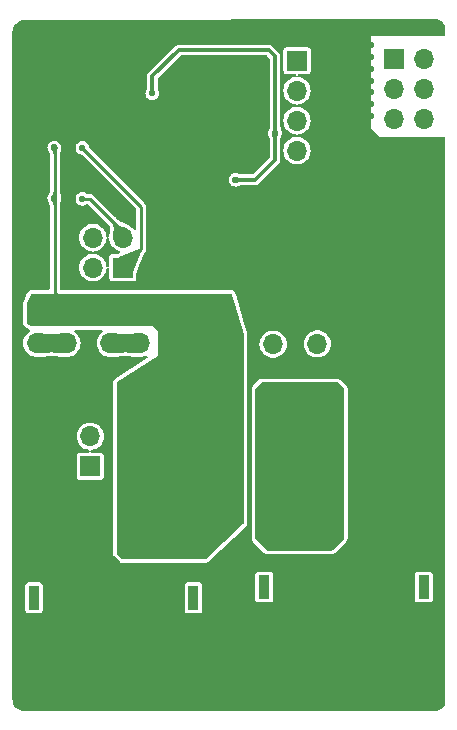
<source format=gbr>
%TF.GenerationSoftware,KiCad,Pcbnew,8.0.1*%
%TF.CreationDate,2024-06-02T10:18:44+08:00*%
%TF.ProjectId,CrazyPowerboard,4372617a-7950-46f7-9765-72626f617264,rev?*%
%TF.SameCoordinates,Original*%
%TF.FileFunction,Copper,L2,Bot*%
%TF.FilePolarity,Positive*%
%FSLAX46Y46*%
G04 Gerber Fmt 4.6, Leading zero omitted, Abs format (unit mm)*
G04 Created by KiCad (PCBNEW 8.0.1) date 2024-06-02 10:18:44*
%MOMM*%
%LPD*%
G01*
G04 APERTURE LIST*
G04 Aperture macros list*
%AMRoundRect*
0 Rectangle with rounded corners*
0 $1 Rounding radius*
0 $2 $3 $4 $5 $6 $7 $8 $9 X,Y pos of 4 corners*
0 Add a 4 corners polygon primitive as box body*
4,1,4,$2,$3,$4,$5,$6,$7,$8,$9,$2,$3,0*
0 Add four circle primitives for the rounded corners*
1,1,$1+$1,$2,$3*
1,1,$1+$1,$4,$5*
1,1,$1+$1,$6,$7*
1,1,$1+$1,$8,$9*
0 Add four rect primitives between the rounded corners*
20,1,$1+$1,$2,$3,$4,$5,0*
20,1,$1+$1,$4,$5,$6,$7,0*
20,1,$1+$1,$6,$7,$8,$9,0*
20,1,$1+$1,$8,$9,$2,$3,0*%
G04 Aperture macros list end*
%TA.AperFunction,ComponentPad*%
%ADD10R,0.900000X2.000000*%
%TD*%
%TA.AperFunction,ComponentPad*%
%ADD11RoundRect,1.025000X1.025000X1.025000X-1.025000X1.025000X-1.025000X-1.025000X1.025000X-1.025000X0*%
%TD*%
%TA.AperFunction,ComponentPad*%
%ADD12C,4.100000*%
%TD*%
%TA.AperFunction,ComponentPad*%
%ADD13R,1.700000X1.700000*%
%TD*%
%TA.AperFunction,ComponentPad*%
%ADD14O,1.700000X1.700000*%
%TD*%
%TA.AperFunction,ComponentPad*%
%ADD15C,0.800000*%
%TD*%
%TA.AperFunction,ComponentPad*%
%ADD16C,6.400000*%
%TD*%
%TA.AperFunction,ViaPad*%
%ADD17C,0.550000*%
%TD*%
%TA.AperFunction,ViaPad*%
%ADD18C,0.800000*%
%TD*%
%TA.AperFunction,Conductor*%
%ADD19C,0.250000*%
%TD*%
%TA.AperFunction,Conductor*%
%ADD20C,0.300000*%
%TD*%
%TA.AperFunction,Conductor*%
%ADD21C,1.500000*%
%TD*%
G04 APERTURE END LIST*
D10*
%TO.P,J1,*%
%TO.N,*%
X116825000Y-77500000D03*
X103325000Y-77500000D03*
D11*
%TO.P,J1,1,Pin_1*%
%TO.N,GND*%
X113675000Y-71500000D03*
D12*
%TO.P,J1,2,Pin_2*%
%TO.N,+12V*%
X106475000Y-71500000D03*
%TD*%
D13*
%TO.P,J3,1,Pin_1*%
%TO.N,+5V*%
X106103200Y-32917400D03*
D14*
%TO.P,J3,2,Pin_2*%
%TO.N,GND*%
X108643200Y-32917400D03*
%TO.P,J3,3,Pin_3*%
%TO.N,+5V*%
X106103200Y-35457400D03*
%TO.P,J3,4,Pin_4*%
%TO.N,GND*%
X108643200Y-35457400D03*
%TO.P,J3,5,Pin_5*%
%TO.N,+5V*%
X106103200Y-37997400D03*
%TO.P,J3,6,Pin_6*%
%TO.N,GND*%
X108643200Y-37997400D03*
%TO.P,J3,7,Pin_7*%
%TO.N,+5V*%
X106103200Y-40537400D03*
%TO.P,J3,8,Pin_8*%
%TO.N,GND*%
X108643200Y-40537400D03*
%TD*%
D13*
%TO.P,J9,1,Pin_1*%
%TO.N,Net-(J9-Pin_1)*%
X91350000Y-50440000D03*
D14*
%TO.P,J9,2,Pin_2*%
%TO.N,Net-(J9-Pin_2)*%
X88810000Y-50440000D03*
%TO.P,J9,3,Pin_3*%
%TO.N,Net-(J9-Pin_3)*%
X91350000Y-47900000D03*
%TO.P,J9,4,Pin_4*%
%TO.N,Net-(J9-Pin_4)*%
X88810000Y-47900000D03*
%TD*%
D15*
%TO.P,H1,1,1*%
%TO.N,GND*%
X84200000Y-32952944D03*
X84902944Y-31255888D03*
X84902944Y-34650000D03*
X86600000Y-30552944D03*
D16*
X86600000Y-32952944D03*
D15*
X86600000Y-35352944D03*
X88297056Y-31255888D03*
X88297056Y-34650000D03*
X89000000Y-32952944D03*
%TD*%
%TO.P,H2,1,1*%
%TO.N,GND*%
X112227944Y-64347056D03*
X112930888Y-62650000D03*
X112930888Y-66044112D03*
X114627944Y-61947056D03*
D16*
X114627944Y-64347056D03*
D15*
X114627944Y-66747056D03*
X116325000Y-62650000D03*
X116325000Y-66044112D03*
X117027944Y-64347056D03*
%TD*%
D13*
%TO.P,J13,1,Pin_1*%
%TO.N,/POW_12V*%
X84075000Y-54315000D03*
D14*
%TO.P,J13,2,Pin_2*%
X86615000Y-54315000D03*
%TO.P,J13,3,Pin_3*%
%TO.N,Net-(J13-Pin_3)*%
X84075000Y-56855000D03*
%TO.P,J13,4,Pin_4*%
X86615000Y-56855000D03*
%TD*%
D13*
%TO.P,J5,1,Pin_1*%
%TO.N,GND*%
X104075000Y-54385000D03*
D14*
%TO.P,J5,2,Pin_2*%
%TO.N,/POW_12V*%
X104075000Y-56925000D03*
%TD*%
D13*
%TO.P,J7,1,Pin_1*%
%TO.N,/POW_12V*%
X88600000Y-67275000D03*
D14*
%TO.P,J7,2,Pin_2*%
%TO.N,GND*%
X86060000Y-67275000D03*
%TO.P,J7,3,Pin_3*%
%TO.N,/POW_12V*%
X88600000Y-64735000D03*
%TO.P,J7,4,Pin_4*%
%TO.N,GND*%
X86060000Y-64735000D03*
%TD*%
D10*
%TO.P,J4,*%
%TO.N,*%
X97325000Y-78400000D03*
X83825000Y-78400000D03*
D11*
%TO.P,J4,1,Pin_1*%
%TO.N,GND*%
X86975000Y-72400000D03*
D12*
%TO.P,J4,2,Pin_2*%
%TO.N,/POW_12V*%
X94175000Y-72400000D03*
%TD*%
D13*
%TO.P,J2,1,Pin_1*%
%TO.N,Net-(J2-Pin_1)*%
X114325000Y-32820000D03*
D14*
%TO.P,J2,2,Pin_2*%
%TO.N,Net-(J2-Pin_2)*%
X116865000Y-32820000D03*
%TO.P,J2,3,Pin_3*%
%TO.N,Net-(J2-Pin_1)*%
X114325000Y-35360000D03*
%TO.P,J2,4,Pin_4*%
%TO.N,Net-(J2-Pin_2)*%
X116865000Y-35360000D03*
%TO.P,J2,5,Pin_5*%
%TO.N,/ESC_Vbb*%
X114325000Y-37900000D03*
%TO.P,J2,6,Pin_6*%
X116865000Y-37900000D03*
%TO.P,J2,7,Pin_7*%
%TO.N,GND*%
X114325000Y-40440000D03*
%TO.P,J2,8,Pin_8*%
X116865000Y-40440000D03*
%TD*%
D13*
%TO.P,J6,1,Pin_1*%
%TO.N,GND*%
X107825000Y-54360000D03*
D14*
%TO.P,J6,2,Pin_2*%
%TO.N,Net-(J6-Pin_2)*%
X107825000Y-56900000D03*
%TD*%
D13*
%TO.P,J12,1,Pin_1*%
%TO.N,/POW_12V*%
X90285000Y-54315000D03*
D14*
%TO.P,J12,2,Pin_2*%
X92825000Y-54315000D03*
%TO.P,J12,3,Pin_3*%
%TO.N,Net-(J12-Pin_3)*%
X90285000Y-56855000D03*
%TO.P,J12,4,Pin_4*%
X92825000Y-56855000D03*
%TD*%
D17*
%TO.N,GND*%
X112350000Y-37610000D03*
X102075000Y-44606750D03*
X102075000Y-47000000D03*
X87525000Y-51900000D03*
D18*
X107575000Y-77900000D03*
X88825000Y-76650000D03*
D17*
X98553200Y-41597400D03*
X93575000Y-51850000D03*
D18*
X109575000Y-77900000D03*
D17*
X88500000Y-46075000D03*
X99053200Y-41197400D03*
X94753200Y-46547400D03*
X86675000Y-49150000D03*
D18*
X111825000Y-83550000D03*
X90825000Y-78650000D03*
D17*
X86825000Y-50900000D03*
D18*
X90825000Y-76650000D03*
D17*
X112335000Y-35580000D03*
D18*
X111575000Y-75900000D03*
X83075000Y-46900000D03*
D17*
X98053200Y-42097400D03*
D18*
X83075000Y-42150000D03*
D17*
X112350000Y-31610000D03*
X89725000Y-51900000D03*
D18*
X113575000Y-77900000D03*
D17*
X84325000Y-49650000D03*
D18*
X86925000Y-83000000D03*
X107825000Y-83550000D03*
X86825000Y-76650000D03*
D17*
X102075000Y-45400000D03*
D18*
X113575000Y-75900000D03*
X92825000Y-76650000D03*
D17*
X102075000Y-47800000D03*
D18*
X113825000Y-83550000D03*
X88925000Y-83000000D03*
X111575000Y-77900000D03*
D17*
X83375000Y-49650000D03*
X91025000Y-38400000D03*
D18*
X82775000Y-63600000D03*
D17*
X112350000Y-36610000D03*
X86625000Y-60500000D03*
X112350000Y-34610000D03*
X91025000Y-39450000D03*
X90025000Y-60650000D03*
X90825000Y-44850000D03*
D18*
X90925000Y-83000000D03*
X86825000Y-78650000D03*
X107575000Y-75900000D03*
D17*
X87075000Y-42250000D03*
X112350000Y-33610000D03*
X87575000Y-49150000D03*
X112350000Y-32610000D03*
D18*
X109825000Y-83550000D03*
D17*
X102075000Y-46200000D03*
X88725000Y-56000000D03*
X86625000Y-59500000D03*
X86625000Y-61600000D03*
D18*
X83025000Y-37800000D03*
D17*
X98053200Y-41197400D03*
X99053200Y-42097400D03*
X95453200Y-46547400D03*
X93525000Y-49300000D03*
D18*
X109575000Y-75900000D03*
X83075000Y-45150000D03*
X92825000Y-78650000D03*
X92925000Y-83000000D03*
X88825000Y-78650000D03*
%TO.N,/POW_12V*%
X97825000Y-62640000D03*
X101075000Y-57650000D03*
D17*
X85550002Y-44575000D03*
D18*
X97825000Y-67640000D03*
X100325000Y-55400000D03*
X99575000Y-67640000D03*
D17*
X85550002Y-40275000D03*
D18*
X94825000Y-53150000D03*
X91725000Y-64750000D03*
X101075000Y-67640000D03*
X97825000Y-64390000D03*
X98500000Y-59500000D03*
X97825000Y-60890000D03*
X99675000Y-53400000D03*
X101075000Y-59640000D03*
X97825000Y-66140000D03*
X100575000Y-72150000D03*
X91725000Y-67500000D03*
%TO.N,+12V*%
X104575000Y-66640000D03*
X108075000Y-64890000D03*
X104575000Y-60850000D03*
X108075000Y-62390000D03*
X104575000Y-62390000D03*
X104575000Y-64890000D03*
X108050000Y-66650000D03*
X108050000Y-60850000D03*
D17*
%TO.N,+5V*%
X93841000Y-35705200D03*
X104233200Y-39067400D03*
X100889000Y-43008200D03*
%TO.N,Net-(J9-Pin_3)*%
X87925000Y-44625000D03*
%TO.N,Net-(J9-Pin_1)*%
X87925000Y-40300000D03*
%TD*%
D19*
%TO.N,/POW_12V*%
X85575000Y-44599998D02*
X85575000Y-52625000D01*
X85550002Y-44575000D02*
X85575000Y-44599998D01*
X85550002Y-40275000D02*
X85600000Y-40324998D01*
X84075000Y-54315000D02*
X84025000Y-54265000D01*
X84075000Y-54315000D02*
X84325000Y-54065000D01*
X86615000Y-53665000D02*
X86615000Y-54315000D01*
X85575000Y-52625000D02*
X86615000Y-53665000D01*
X85600000Y-44525002D02*
X85550002Y-44575000D01*
X85600000Y-40324998D02*
X85600000Y-44525002D01*
D20*
%TO.N,+5V*%
X93853200Y-34247400D02*
X96087600Y-32013000D01*
X102542400Y-43008200D02*
X100889000Y-43008200D01*
X104245400Y-39055200D02*
X104233200Y-39067400D01*
X103694200Y-32013000D02*
X104245400Y-32564200D01*
X104233200Y-39067400D02*
X104233200Y-41317400D01*
X93853200Y-35632000D02*
X93853200Y-34247400D01*
X104233200Y-41317400D02*
X102542400Y-43008200D01*
X96087600Y-32013000D02*
X103694200Y-32013000D01*
X104245400Y-32564200D02*
X104245400Y-39055200D01*
D21*
%TO.N,Net-(J12-Pin_3)*%
X90285000Y-56855000D02*
X92825000Y-56855000D01*
%TO.N,Net-(J13-Pin_3)*%
X84075000Y-56855000D02*
X86615000Y-56855000D01*
D19*
%TO.N,Net-(J9-Pin_3)*%
X91350000Y-47900000D02*
X91350000Y-47425000D01*
X88550000Y-44625000D02*
X87925000Y-44625000D01*
X91350000Y-47425000D02*
X88550000Y-44625000D01*
%TO.N,Net-(J9-Pin_1)*%
X87925000Y-40325000D02*
X87925000Y-40300000D01*
X92900000Y-48890000D02*
X92900000Y-45300000D01*
X91350000Y-50440000D02*
X92900000Y-48890000D01*
X92900000Y-45300000D02*
X87925000Y-40325000D01*
%TD*%
%TA.AperFunction,Conductor*%
%TO.N,GND*%
G36*
X117745505Y-29403310D02*
G01*
X117922727Y-29420307D01*
X117946615Y-29424999D01*
X118111214Y-29474528D01*
X118133725Y-29483797D01*
X118285477Y-29564537D01*
X118305743Y-29578028D01*
X118438789Y-29686863D01*
X118456030Y-29704055D01*
X118565244Y-29836789D01*
X118578794Y-29857018D01*
X118634803Y-29961565D01*
X118649500Y-30020122D01*
X118649500Y-30746000D01*
X118629815Y-30813039D01*
X118577011Y-30858794D01*
X118525500Y-30870000D01*
X112350000Y-30870000D01*
X112350000Y-38610000D01*
X113100000Y-39360000D01*
X118525500Y-39360000D01*
X118592539Y-39379685D01*
X118638294Y-39432489D01*
X118649500Y-39484000D01*
X118649500Y-87396974D01*
X118634863Y-87455417D01*
X118587134Y-87544731D01*
X118573630Y-87564946D01*
X118464768Y-87697615D01*
X118447579Y-87714806D01*
X118314918Y-87823691D01*
X118294707Y-87837197D01*
X118143351Y-87918108D01*
X118120890Y-87927413D01*
X117956658Y-87977236D01*
X117932815Y-87981979D01*
X117755925Y-87999403D01*
X117743770Y-88000000D01*
X83006093Y-88000000D01*
X82993939Y-87999403D01*
X82817065Y-87981982D01*
X82793224Y-87977240D01*
X82629001Y-87927424D01*
X82606543Y-87918121D01*
X82455201Y-87837227D01*
X82434989Y-87823722D01*
X82302333Y-87714854D01*
X82285145Y-87697666D01*
X82176277Y-87565010D01*
X82162772Y-87544798D01*
X82114997Y-87455417D01*
X82081877Y-87393453D01*
X82072575Y-87370998D01*
X82022757Y-87206769D01*
X82018018Y-87182941D01*
X82000597Y-87006061D01*
X82000000Y-86993907D01*
X82000000Y-79444856D01*
X83074500Y-79444856D01*
X83074502Y-79444882D01*
X83077413Y-79469987D01*
X83077415Y-79469991D01*
X83122793Y-79572764D01*
X83122794Y-79572765D01*
X83202235Y-79652206D01*
X83305009Y-79697585D01*
X83330135Y-79700500D01*
X84319864Y-79700499D01*
X84319879Y-79700497D01*
X84319882Y-79700497D01*
X84344987Y-79697586D01*
X84344988Y-79697585D01*
X84344991Y-79697585D01*
X84447765Y-79652206D01*
X84527206Y-79572765D01*
X84572585Y-79469991D01*
X84575500Y-79444865D01*
X84575500Y-79444856D01*
X96574500Y-79444856D01*
X96574502Y-79444882D01*
X96577413Y-79469987D01*
X96577415Y-79469991D01*
X96622793Y-79572764D01*
X96622794Y-79572765D01*
X96702235Y-79652206D01*
X96805009Y-79697585D01*
X96830135Y-79700500D01*
X97819864Y-79700499D01*
X97819879Y-79700497D01*
X97819882Y-79700497D01*
X97844987Y-79697586D01*
X97844988Y-79697585D01*
X97844991Y-79697585D01*
X97947765Y-79652206D01*
X98027206Y-79572765D01*
X98072585Y-79469991D01*
X98075500Y-79444865D01*
X98075500Y-78544856D01*
X102574500Y-78544856D01*
X102574502Y-78544882D01*
X102577413Y-78569987D01*
X102577415Y-78569991D01*
X102622793Y-78672764D01*
X102622794Y-78672765D01*
X102702235Y-78752206D01*
X102805009Y-78797585D01*
X102830135Y-78800500D01*
X103819864Y-78800499D01*
X103819879Y-78800497D01*
X103819882Y-78800497D01*
X103844987Y-78797586D01*
X103844988Y-78797585D01*
X103844991Y-78797585D01*
X103947765Y-78752206D01*
X104027206Y-78672765D01*
X104072585Y-78569991D01*
X104075500Y-78544865D01*
X104075500Y-78544856D01*
X116074500Y-78544856D01*
X116074502Y-78544882D01*
X116077413Y-78569987D01*
X116077415Y-78569991D01*
X116122793Y-78672764D01*
X116122794Y-78672765D01*
X116202235Y-78752206D01*
X116305009Y-78797585D01*
X116330135Y-78800500D01*
X117319864Y-78800499D01*
X117319879Y-78800497D01*
X117319882Y-78800497D01*
X117344987Y-78797586D01*
X117344988Y-78797585D01*
X117344991Y-78797585D01*
X117447765Y-78752206D01*
X117527206Y-78672765D01*
X117572585Y-78569991D01*
X117575500Y-78544865D01*
X117575499Y-76455136D01*
X117575497Y-76455117D01*
X117572586Y-76430012D01*
X117572585Y-76430010D01*
X117572585Y-76430009D01*
X117527206Y-76327235D01*
X117447765Y-76247794D01*
X117447763Y-76247793D01*
X117344992Y-76202415D01*
X117319865Y-76199500D01*
X116330143Y-76199500D01*
X116330117Y-76199502D01*
X116305012Y-76202413D01*
X116305008Y-76202415D01*
X116202235Y-76247793D01*
X116122794Y-76327234D01*
X116077415Y-76430006D01*
X116077415Y-76430008D01*
X116074500Y-76455131D01*
X116074500Y-78544856D01*
X104075500Y-78544856D01*
X104075499Y-76455136D01*
X104075497Y-76455117D01*
X104072586Y-76430012D01*
X104072585Y-76430010D01*
X104072585Y-76430009D01*
X104027206Y-76327235D01*
X103947765Y-76247794D01*
X103947763Y-76247793D01*
X103844992Y-76202415D01*
X103819865Y-76199500D01*
X102830143Y-76199500D01*
X102830117Y-76199502D01*
X102805012Y-76202413D01*
X102805008Y-76202415D01*
X102702235Y-76247793D01*
X102622794Y-76327234D01*
X102577415Y-76430006D01*
X102577415Y-76430008D01*
X102574500Y-76455131D01*
X102574500Y-78544856D01*
X98075500Y-78544856D01*
X98075499Y-77355136D01*
X98075497Y-77355117D01*
X98072586Y-77330012D01*
X98072585Y-77330010D01*
X98072585Y-77330009D01*
X98027206Y-77227235D01*
X97947765Y-77147794D01*
X97947763Y-77147793D01*
X97844992Y-77102415D01*
X97819865Y-77099500D01*
X96830143Y-77099500D01*
X96830117Y-77099502D01*
X96805012Y-77102413D01*
X96805008Y-77102415D01*
X96702235Y-77147793D01*
X96622794Y-77227234D01*
X96577415Y-77330006D01*
X96577415Y-77330008D01*
X96574500Y-77355131D01*
X96574500Y-79444856D01*
X84575500Y-79444856D01*
X84575499Y-77355136D01*
X84575497Y-77355117D01*
X84572586Y-77330012D01*
X84572585Y-77330010D01*
X84572585Y-77330009D01*
X84527206Y-77227235D01*
X84447765Y-77147794D01*
X84447763Y-77147793D01*
X84344992Y-77102415D01*
X84319865Y-77099500D01*
X83330143Y-77099500D01*
X83330117Y-77099502D01*
X83305012Y-77102413D01*
X83305008Y-77102415D01*
X83202235Y-77147793D01*
X83122794Y-77227234D01*
X83077415Y-77330006D01*
X83077415Y-77330008D01*
X83074500Y-77355131D01*
X83074500Y-79444856D01*
X82000000Y-79444856D01*
X82000000Y-64735000D01*
X87444571Y-64735000D01*
X87464244Y-64947310D01*
X87522596Y-65152392D01*
X87522596Y-65152394D01*
X87617632Y-65343253D01*
X87617634Y-65343255D01*
X87746128Y-65513407D01*
X87903698Y-65657052D01*
X88084981Y-65769298D01*
X88283802Y-65846321D01*
X88456544Y-65878612D01*
X88518823Y-65910279D01*
X88554096Y-65970591D01*
X88551162Y-66040400D01*
X88510953Y-66097540D01*
X88446235Y-66123871D01*
X88433757Y-66124500D01*
X87705143Y-66124500D01*
X87705117Y-66124502D01*
X87680012Y-66127413D01*
X87680008Y-66127415D01*
X87577235Y-66172793D01*
X87497794Y-66252234D01*
X87452415Y-66355006D01*
X87452415Y-66355008D01*
X87449500Y-66380131D01*
X87449500Y-68169856D01*
X87449502Y-68169882D01*
X87452413Y-68194987D01*
X87452415Y-68194991D01*
X87497793Y-68297764D01*
X87497794Y-68297765D01*
X87577235Y-68377206D01*
X87680009Y-68422585D01*
X87705135Y-68425500D01*
X89494864Y-68425499D01*
X89494879Y-68425497D01*
X89494882Y-68425497D01*
X89519987Y-68422586D01*
X89519988Y-68422585D01*
X89519991Y-68422585D01*
X89622765Y-68377206D01*
X89702206Y-68297765D01*
X89747585Y-68194991D01*
X89750500Y-68169865D01*
X89750499Y-66380136D01*
X89750497Y-66380117D01*
X89747586Y-66355012D01*
X89747585Y-66355010D01*
X89747585Y-66355009D01*
X89702206Y-66252235D01*
X89622765Y-66172794D01*
X89622763Y-66172793D01*
X89519992Y-66127415D01*
X89494868Y-66124500D01*
X88766243Y-66124500D01*
X88699204Y-66104815D01*
X88653449Y-66052011D01*
X88643505Y-65982853D01*
X88672530Y-65919297D01*
X88731308Y-65881523D01*
X88743441Y-65878614D01*
X88916198Y-65846321D01*
X89115019Y-65769298D01*
X89296302Y-65657052D01*
X89453872Y-65513407D01*
X89582366Y-65343255D01*
X89677405Y-65152389D01*
X89735756Y-64947310D01*
X89755429Y-64735000D01*
X89735756Y-64522690D01*
X89677405Y-64317611D01*
X89677403Y-64317606D01*
X89677403Y-64317605D01*
X89582367Y-64126746D01*
X89453872Y-63956593D01*
X89296302Y-63812948D01*
X89115019Y-63700702D01*
X89115017Y-63700701D01*
X89015608Y-63662190D01*
X88916198Y-63623679D01*
X88706610Y-63584500D01*
X88493390Y-63584500D01*
X88283802Y-63623679D01*
X88283799Y-63623679D01*
X88283799Y-63623680D01*
X88084982Y-63700701D01*
X88084980Y-63700702D01*
X87903699Y-63812947D01*
X87746127Y-63956593D01*
X87617632Y-64126746D01*
X87522596Y-64317605D01*
X87522596Y-64317607D01*
X87464244Y-64522689D01*
X87444571Y-64734999D01*
X87444571Y-64735000D01*
X82000000Y-64735000D01*
X82000000Y-55098896D01*
X82919500Y-55098896D01*
X82923855Y-55141424D01*
X82924500Y-55154054D01*
X82924500Y-55209868D01*
X82927414Y-55234988D01*
X82927415Y-55234991D01*
X82972793Y-55337764D01*
X82972794Y-55337765D01*
X83052235Y-55417206D01*
X83063263Y-55422075D01*
X83096245Y-55443445D01*
X83109581Y-55455478D01*
X83109587Y-55455483D01*
X83109589Y-55455484D01*
X83373360Y-55632589D01*
X83375505Y-55634012D01*
X83375941Y-55634302D01*
X83377956Y-55635625D01*
X83378027Y-55635672D01*
X83378029Y-55635673D01*
X83444160Y-55666270D01*
X83496738Y-55712285D01*
X83516090Y-55779421D01*
X83496075Y-55846362D01*
X83457371Y-55884234D01*
X83378701Y-55932945D01*
X83221127Y-56076593D01*
X83092632Y-56246746D01*
X82997596Y-56437605D01*
X82997596Y-56437607D01*
X82939244Y-56642689D01*
X82919571Y-56854999D01*
X82919571Y-56855000D01*
X82939244Y-57067310D01*
X82997596Y-57272392D01*
X82997596Y-57272394D01*
X83092632Y-57463253D01*
X83145496Y-57533255D01*
X83221128Y-57633407D01*
X83378698Y-57777052D01*
X83559981Y-57889298D01*
X83758802Y-57966321D01*
X83968390Y-58005500D01*
X84056005Y-58005500D01*
X84075779Y-58007087D01*
X84094499Y-58010111D01*
X84094502Y-58010110D01*
X84094503Y-58010111D01*
X84504178Y-58000016D01*
X84506298Y-57999933D01*
X84512849Y-57999680D01*
X84513528Y-57999644D01*
X84522607Y-57999026D01*
X84821072Y-57974269D01*
X84821143Y-57974262D01*
X84821150Y-57974262D01*
X84825577Y-57973862D01*
X84825593Y-57973860D01*
X84825642Y-57973856D01*
X84826009Y-57973820D01*
X84831008Y-57973288D01*
X85082177Y-57944469D01*
X85085946Y-57944096D01*
X85334740Y-57923460D01*
X85355236Y-57923460D01*
X85604036Y-57944097D01*
X85607893Y-57944478D01*
X85858990Y-57973288D01*
X85863989Y-57973820D01*
X85864356Y-57973856D01*
X85864392Y-57973859D01*
X85864420Y-57973862D01*
X85868847Y-57974262D01*
X85868865Y-57974263D01*
X85868926Y-57974269D01*
X86167391Y-57999026D01*
X86176470Y-57999644D01*
X86177149Y-57999680D01*
X86183142Y-57999912D01*
X86185819Y-58000016D01*
X86575594Y-58009620D01*
X86595500Y-58010111D01*
X86598567Y-58010171D01*
X86598841Y-58010175D01*
X86609996Y-58010135D01*
X86619509Y-58008139D01*
X86644961Y-58005500D01*
X86721608Y-58005500D01*
X86721610Y-58005500D01*
X86931198Y-57966321D01*
X87130019Y-57889298D01*
X87311302Y-57777052D01*
X87468872Y-57633407D01*
X87597366Y-57463255D01*
X87657548Y-57342392D01*
X87692403Y-57272394D01*
X87692403Y-57272393D01*
X87692405Y-57272389D01*
X87750756Y-57067310D01*
X87770429Y-56855000D01*
X87750756Y-56642690D01*
X87692405Y-56437611D01*
X87692403Y-56437606D01*
X87692403Y-56437605D01*
X87597367Y-56246746D01*
X87468872Y-56076593D01*
X87388088Y-56002948D01*
X87311302Y-55932948D01*
X87311300Y-55932947D01*
X87311296Y-55932943D01*
X87306726Y-55929492D01*
X87308052Y-55927735D01*
X87267862Y-55882898D01*
X87256759Y-55813916D01*
X87284713Y-55749882D01*
X87342849Y-55711126D01*
X87379776Y-55705500D01*
X89520224Y-55705500D01*
X89587263Y-55725185D01*
X89633018Y-55777989D01*
X89642962Y-55847147D01*
X89613937Y-55910703D01*
X89592728Y-55928770D01*
X89593274Y-55929492D01*
X89588703Y-55932943D01*
X89431127Y-56076593D01*
X89302632Y-56246746D01*
X89207596Y-56437605D01*
X89207596Y-56437607D01*
X89149244Y-56642689D01*
X89129571Y-56854999D01*
X89129571Y-56855000D01*
X89149244Y-57067310D01*
X89207596Y-57272392D01*
X89207596Y-57272394D01*
X89302632Y-57463253D01*
X89355496Y-57533255D01*
X89431128Y-57633407D01*
X89588698Y-57777052D01*
X89769981Y-57889298D01*
X89968802Y-57966321D01*
X90178390Y-58005500D01*
X90266005Y-58005500D01*
X90285779Y-58007087D01*
X90304499Y-58010111D01*
X90304502Y-58010110D01*
X90304503Y-58010111D01*
X90714178Y-58000016D01*
X90716298Y-57999933D01*
X90722849Y-57999680D01*
X90723528Y-57999644D01*
X90732607Y-57999026D01*
X91031072Y-57974269D01*
X91031143Y-57974262D01*
X91031150Y-57974262D01*
X91035577Y-57973862D01*
X91035593Y-57973860D01*
X91035642Y-57973856D01*
X91036009Y-57973820D01*
X91041008Y-57973288D01*
X91292177Y-57944469D01*
X91295946Y-57944096D01*
X91544740Y-57923460D01*
X91565236Y-57923460D01*
X91814036Y-57944097D01*
X91817893Y-57944478D01*
X92068990Y-57973288D01*
X92073989Y-57973820D01*
X92074356Y-57973856D01*
X92074392Y-57973859D01*
X92074420Y-57973862D01*
X92078847Y-57974262D01*
X92078865Y-57974263D01*
X92078926Y-57974269D01*
X92377391Y-57999026D01*
X92386470Y-57999644D01*
X92387149Y-57999680D01*
X92393142Y-57999912D01*
X92395819Y-58000016D01*
X92785594Y-58009620D01*
X92805500Y-58010111D01*
X92808567Y-58010171D01*
X92808841Y-58010175D01*
X92819996Y-58010135D01*
X92829509Y-58008139D01*
X92854961Y-58005500D01*
X92931608Y-58005500D01*
X92931610Y-58005500D01*
X93141198Y-57966321D01*
X93296521Y-57906148D01*
X93366143Y-57900286D01*
X93427883Y-57932996D01*
X93462138Y-57993892D01*
X93458033Y-58063641D01*
X93416870Y-58120098D01*
X93408368Y-58126081D01*
X90716749Y-59856407D01*
X90716748Y-59856408D01*
X90665902Y-59897392D01*
X90628643Y-59934658D01*
X90602445Y-59964511D01*
X90551560Y-60064587D01*
X90531877Y-60131618D01*
X90519500Y-60217699D01*
X90519500Y-74598638D01*
X90521250Y-74631281D01*
X90521254Y-74631334D01*
X90524081Y-74657625D01*
X90524920Y-74664660D01*
X90524920Y-74664662D01*
X90559700Y-74771401D01*
X90559704Y-74771411D01*
X90593189Y-74832733D01*
X90645289Y-74902329D01*
X90645307Y-74902350D01*
X91072646Y-75329688D01*
X91072660Y-75329702D01*
X91085904Y-75341598D01*
X91096993Y-75351559D01*
X91117674Y-75368224D01*
X91123172Y-75372551D01*
X91123175Y-75372553D01*
X91223251Y-75423439D01*
X91290290Y-75443124D01*
X91376362Y-75455500D01*
X91376365Y-75455500D01*
X98276528Y-75455500D01*
X98303078Y-75454343D01*
X98303084Y-75454342D01*
X98303094Y-75454342D01*
X98324588Y-75452465D01*
X98325070Y-75452422D01*
X98325524Y-75452382D01*
X98325524Y-75452381D01*
X98325534Y-75452381D01*
X98433586Y-75421892D01*
X98496199Y-75390885D01*
X98567839Y-75341598D01*
X100726879Y-73348638D01*
X102269500Y-73348638D01*
X102271250Y-73381281D01*
X102271254Y-73381334D01*
X102274081Y-73407625D01*
X102274920Y-73414660D01*
X102274920Y-73414662D01*
X102309700Y-73521401D01*
X102309704Y-73521411D01*
X102343189Y-73582733D01*
X102395289Y-73652329D01*
X102395307Y-73652350D01*
X103322646Y-74579688D01*
X103322660Y-74579702D01*
X103343741Y-74598638D01*
X103346993Y-74601559D01*
X103367674Y-74618224D01*
X103373172Y-74622551D01*
X103373175Y-74622553D01*
X103473251Y-74673439D01*
X103540290Y-74693124D01*
X103626362Y-74705500D01*
X103626365Y-74705500D01*
X109023639Y-74705500D01*
X109025559Y-74705397D01*
X109056297Y-74703749D01*
X109082655Y-74700915D01*
X109089660Y-74700080D01*
X109196407Y-74665297D01*
X109257730Y-74631812D01*
X109258440Y-74631281D01*
X109327329Y-74579710D01*
X109327340Y-74579702D01*
X110254702Y-73652340D01*
X110276558Y-73628008D01*
X110293192Y-73607366D01*
X110297553Y-73601825D01*
X110348439Y-73501749D01*
X110368124Y-73434710D01*
X110380500Y-73348638D01*
X110380500Y-60701362D01*
X110378749Y-60668703D01*
X110375915Y-60642345D01*
X110375080Y-60635340D01*
X110346703Y-60548252D01*
X110340299Y-60528598D01*
X110340295Y-60528588D01*
X110306810Y-60467266D01*
X110254710Y-60397670D01*
X110254704Y-60397663D01*
X110254702Y-60397660D01*
X110254698Y-60397656D01*
X110254692Y-60397649D01*
X109827353Y-59970311D01*
X109827349Y-59970307D01*
X109827340Y-59970298D01*
X109803008Y-59948442D01*
X109785901Y-59934657D01*
X109782325Y-59931775D01*
X109776827Y-59927448D01*
X109776825Y-59927447D01*
X109676747Y-59876560D01*
X109609716Y-59856877D01*
X109609710Y-59856876D01*
X109523638Y-59844500D01*
X103126362Y-59844500D01*
X103126361Y-59844500D01*
X103093718Y-59846250D01*
X103093709Y-59846250D01*
X103093703Y-59846251D01*
X103093698Y-59846251D01*
X103093665Y-59846254D01*
X103067374Y-59849081D01*
X103060339Y-59849920D01*
X103060337Y-59849920D01*
X102953598Y-59884700D01*
X102953588Y-59884704D01*
X102892266Y-59918189D01*
X102822670Y-59970289D01*
X102822649Y-59970307D01*
X102395311Y-60397646D01*
X102395295Y-60397663D01*
X102373440Y-60421993D01*
X102356775Y-60442674D01*
X102352448Y-60448172D01*
X102352447Y-60448174D01*
X102301560Y-60548252D01*
X102281877Y-60615283D01*
X102281876Y-60615290D01*
X102274202Y-60668665D01*
X102269500Y-60701364D01*
X102269500Y-73348638D01*
X100726879Y-73348638D01*
X101742322Y-72411306D01*
X101769110Y-72383224D01*
X101789318Y-72359147D01*
X101797553Y-72348895D01*
X101848439Y-72248819D01*
X101868124Y-72181780D01*
X101880500Y-72095708D01*
X101880500Y-56925000D01*
X102919571Y-56925000D01*
X102939244Y-57137310D01*
X102997596Y-57342392D01*
X102997596Y-57342394D01*
X103092632Y-57533253D01*
X103221127Y-57703406D01*
X103221128Y-57703407D01*
X103378698Y-57847052D01*
X103559981Y-57959298D01*
X103758802Y-58036321D01*
X103968390Y-58075500D01*
X103968392Y-58075500D01*
X104181608Y-58075500D01*
X104181610Y-58075500D01*
X104391198Y-58036321D01*
X104590019Y-57959298D01*
X104771302Y-57847052D01*
X104928872Y-57703407D01*
X105057366Y-57533255D01*
X105092222Y-57463255D01*
X105152403Y-57342394D01*
X105152403Y-57342393D01*
X105152405Y-57342389D01*
X105210756Y-57137310D01*
X105230429Y-56925000D01*
X105228112Y-56900000D01*
X106669571Y-56900000D01*
X106689244Y-57112310D01*
X106747596Y-57317392D01*
X106747596Y-57317394D01*
X106842632Y-57508253D01*
X106971127Y-57678406D01*
X106971128Y-57678407D01*
X107128698Y-57822052D01*
X107309981Y-57934298D01*
X107508802Y-58011321D01*
X107718390Y-58050500D01*
X107718392Y-58050500D01*
X107931608Y-58050500D01*
X107931610Y-58050500D01*
X108141198Y-58011321D01*
X108340019Y-57934298D01*
X108521302Y-57822052D01*
X108678872Y-57678407D01*
X108807366Y-57508255D01*
X108845707Y-57431255D01*
X108902403Y-57317394D01*
X108902403Y-57317393D01*
X108902405Y-57317389D01*
X108960756Y-57112310D01*
X108980429Y-56900000D01*
X108960756Y-56687690D01*
X108902405Y-56482611D01*
X108902403Y-56482606D01*
X108902403Y-56482605D01*
X108807367Y-56291746D01*
X108678872Y-56121593D01*
X108645229Y-56090923D01*
X108521302Y-55977948D01*
X108340019Y-55865702D01*
X108340017Y-55865701D01*
X108206343Y-55813916D01*
X108141198Y-55788679D01*
X107931610Y-55749500D01*
X107718390Y-55749500D01*
X107508802Y-55788679D01*
X107508799Y-55788679D01*
X107508799Y-55788680D01*
X107309982Y-55865701D01*
X107309980Y-55865702D01*
X107128699Y-55977947D01*
X106971127Y-56121593D01*
X106842632Y-56291746D01*
X106747596Y-56482605D01*
X106747596Y-56482607D01*
X106689244Y-56687689D01*
X106669571Y-56899999D01*
X106669571Y-56900000D01*
X105228112Y-56900000D01*
X105210756Y-56712690D01*
X105152405Y-56507611D01*
X105152403Y-56507606D01*
X105152403Y-56507605D01*
X105057367Y-56316746D01*
X104928872Y-56146593D01*
X104901448Y-56121593D01*
X104771302Y-56002948D01*
X104590019Y-55890702D01*
X104590017Y-55890701D01*
X104475563Y-55846362D01*
X104391198Y-55813679D01*
X104181610Y-55774500D01*
X103968390Y-55774500D01*
X103758802Y-55813679D01*
X103758799Y-55813679D01*
X103758799Y-55813680D01*
X103559982Y-55890701D01*
X103559980Y-55890702D01*
X103378699Y-56002947D01*
X103221127Y-56146593D01*
X103092632Y-56316746D01*
X102997596Y-56507605D01*
X102997596Y-56507607D01*
X102939244Y-56712689D01*
X102919571Y-56924999D01*
X102919571Y-56925000D01*
X101880500Y-56925000D01*
X101880500Y-56167366D01*
X101877547Y-56124993D01*
X101872776Y-56090928D01*
X101863975Y-56049374D01*
X101850710Y-56002948D01*
X101540792Y-54918236D01*
X100894440Y-52656004D01*
X100887320Y-52634217D01*
X100880887Y-52616775D01*
X100880885Y-52616773D01*
X100880884Y-52616769D01*
X100825144Y-52522433D01*
X100825142Y-52522429D01*
X100779387Y-52469625D01*
X100779381Y-52469619D01*
X100779375Y-52469612D01*
X100734659Y-52427451D01*
X100734656Y-52427449D01*
X100734654Y-52427447D01*
X100634578Y-52376561D01*
X100634577Y-52376560D01*
X100634576Y-52376560D01*
X100567545Y-52356877D01*
X100567539Y-52356876D01*
X100481467Y-52344500D01*
X100481464Y-52344500D01*
X86124500Y-52344500D01*
X86057461Y-52324815D01*
X86011706Y-52272011D01*
X86000500Y-52220500D01*
X86000500Y-45152962D01*
X86003153Y-45127449D01*
X86005679Y-45115435D01*
X86007497Y-45034248D01*
X86008281Y-45022849D01*
X86011508Y-44994861D01*
X86015021Y-44976590D01*
X86018613Y-44963365D01*
X86022969Y-44950265D01*
X86042326Y-44901354D01*
X86043364Y-44898819D01*
X86075746Y-44822177D01*
X86080928Y-44809911D01*
X86084013Y-44802328D01*
X86084879Y-44797778D01*
X86086104Y-44791345D01*
X86093354Y-44767083D01*
X86110689Y-44725236D01*
X86123885Y-44625000D01*
X87344534Y-44625000D01*
X87364312Y-44775234D01*
X87364313Y-44775236D01*
X87416038Y-44900112D01*
X87422302Y-44915233D01*
X87514549Y-45035451D01*
X87634767Y-45127698D01*
X87774764Y-45185687D01*
X87849882Y-45195576D01*
X87924999Y-45205466D01*
X87925000Y-45205466D01*
X87925001Y-45205466D01*
X87975078Y-45198873D01*
X88075236Y-45185687D01*
X88215233Y-45127698D01*
X88262334Y-45091556D01*
X88327503Y-45066361D01*
X88395948Y-45080399D01*
X88425502Y-45102250D01*
X90093338Y-46770086D01*
X90110307Y-46791252D01*
X90112484Y-46794677D01*
X90247666Y-46969360D01*
X90269199Y-47012505D01*
X90285849Y-47073318D01*
X90289678Y-47117967D01*
X90277597Y-47243229D01*
X90275925Y-47254813D01*
X90228757Y-47499323D01*
X90226080Y-47515523D01*
X90225915Y-47516713D01*
X90224120Y-47532949D01*
X90202511Y-47791424D01*
X90177310Y-47856590D01*
X90123952Y-47895541D01*
X90169501Y-47921668D01*
X90201692Y-47983681D01*
X90203470Y-47996048D01*
X90214244Y-48112310D01*
X90272596Y-48317392D01*
X90272596Y-48317394D01*
X90367632Y-48508253D01*
X90496127Y-48678406D01*
X90496128Y-48678407D01*
X90653698Y-48822052D01*
X90834981Y-48934298D01*
X91033802Y-49011321D01*
X91033803Y-49011321D01*
X91038511Y-49013145D01*
X91093912Y-49055718D01*
X91117503Y-49121485D01*
X91101792Y-49189565D01*
X91051768Y-49238344D01*
X91039974Y-49243821D01*
X90948625Y-49280549D01*
X90902368Y-49289500D01*
X90455143Y-49289500D01*
X90455117Y-49289502D01*
X90430012Y-49292413D01*
X90430008Y-49292415D01*
X90327235Y-49337793D01*
X90247794Y-49417234D01*
X90202415Y-49520006D01*
X90202415Y-49520008D01*
X90199500Y-49545131D01*
X90199500Y-50283951D01*
X90179815Y-50350990D01*
X90127011Y-50396745D01*
X90057853Y-50406689D01*
X89994297Y-50377664D01*
X89956523Y-50318886D01*
X89952029Y-50295391D01*
X89945756Y-50227689D01*
X89931273Y-50176789D01*
X89887405Y-50022611D01*
X89887403Y-50022606D01*
X89887403Y-50022605D01*
X89792367Y-49831746D01*
X89663872Y-49661593D01*
X89506302Y-49517948D01*
X89325019Y-49405702D01*
X89325017Y-49405701D01*
X89225608Y-49367190D01*
X89126198Y-49328679D01*
X88929385Y-49291888D01*
X88867106Y-49260221D01*
X88831833Y-49199908D01*
X88834767Y-49130100D01*
X88874976Y-49072960D01*
X88929384Y-49048111D01*
X89126198Y-49011321D01*
X89325019Y-48934298D01*
X89506302Y-48822052D01*
X89663872Y-48678407D01*
X89792366Y-48508255D01*
X89887405Y-48317389D01*
X89945756Y-48112310D01*
X89956529Y-47996047D01*
X89982313Y-47931112D01*
X90035389Y-47893091D01*
X89990214Y-47867715D01*
X89957468Y-47805994D01*
X89955471Y-47792534D01*
X89955368Y-47791424D01*
X89945756Y-47687690D01*
X89887405Y-47482611D01*
X89887403Y-47482606D01*
X89887403Y-47482605D01*
X89792367Y-47291746D01*
X89663872Y-47121593D01*
X89610917Y-47073318D01*
X89506302Y-46977948D01*
X89325019Y-46865702D01*
X89325017Y-46865701D01*
X89141691Y-46794681D01*
X89126198Y-46788679D01*
X88916610Y-46749500D01*
X88703390Y-46749500D01*
X88493802Y-46788679D01*
X88493799Y-46788679D01*
X88493799Y-46788680D01*
X88294982Y-46865701D01*
X88294980Y-46865702D01*
X88113699Y-46977947D01*
X87956127Y-47121593D01*
X87827632Y-47291746D01*
X87732596Y-47482605D01*
X87732596Y-47482607D01*
X87674244Y-47687689D01*
X87654571Y-47899999D01*
X87654571Y-47900000D01*
X87674244Y-48112310D01*
X87732596Y-48317392D01*
X87732596Y-48317394D01*
X87827632Y-48508253D01*
X87956127Y-48678406D01*
X87956128Y-48678407D01*
X88113698Y-48822052D01*
X88294981Y-48934298D01*
X88493802Y-49011321D01*
X88690613Y-49048111D01*
X88752893Y-49079779D01*
X88788166Y-49140092D01*
X88785232Y-49209900D01*
X88745023Y-49267040D01*
X88690613Y-49291888D01*
X88493802Y-49328679D01*
X88493799Y-49328679D01*
X88493799Y-49328680D01*
X88294982Y-49405701D01*
X88294980Y-49405702D01*
X88113699Y-49517947D01*
X87956127Y-49661593D01*
X87827632Y-49831746D01*
X87732596Y-50022605D01*
X87732596Y-50022607D01*
X87674244Y-50227689D01*
X87654571Y-50439999D01*
X87654571Y-50440000D01*
X87674244Y-50652310D01*
X87732596Y-50857392D01*
X87732596Y-50857394D01*
X87827632Y-51048253D01*
X87827634Y-51048255D01*
X87956128Y-51218407D01*
X88113698Y-51362052D01*
X88294981Y-51474298D01*
X88493802Y-51551321D01*
X88703390Y-51590500D01*
X88703392Y-51590500D01*
X88916608Y-51590500D01*
X88916610Y-51590500D01*
X89126198Y-51551321D01*
X89325019Y-51474298D01*
X89506302Y-51362052D01*
X89663872Y-51218407D01*
X89792366Y-51048255D01*
X89792367Y-51048253D01*
X89887403Y-50857394D01*
X89887403Y-50857393D01*
X89887405Y-50857389D01*
X89945756Y-50652310D01*
X89952029Y-50584605D01*
X89977814Y-50519669D01*
X90034614Y-50478981D01*
X90104395Y-50475461D01*
X90165002Y-50510225D01*
X90197193Y-50572238D01*
X90199500Y-50596047D01*
X90199500Y-51334856D01*
X90199502Y-51334882D01*
X90202413Y-51359987D01*
X90202415Y-51359991D01*
X90247793Y-51462764D01*
X90247794Y-51462765D01*
X90327235Y-51542206D01*
X90430009Y-51587585D01*
X90455135Y-51590500D01*
X92244864Y-51590499D01*
X92244879Y-51590497D01*
X92244882Y-51590497D01*
X92269987Y-51587586D01*
X92269988Y-51587585D01*
X92269991Y-51587585D01*
X92372765Y-51542206D01*
X92452206Y-51462765D01*
X92497585Y-51359991D01*
X92500500Y-51334865D01*
X92500499Y-50887626D01*
X92509450Y-50841370D01*
X92656568Y-50475461D01*
X93144894Y-49260907D01*
X93172261Y-49219486D01*
X93202183Y-49189565D01*
X93240485Y-49151263D01*
X93296503Y-49054237D01*
X93325500Y-48946018D01*
X93325500Y-48833982D01*
X93325500Y-45243982D01*
X93325138Y-45242632D01*
X93296503Y-45135763D01*
X93261710Y-45075500D01*
X93240485Y-45038737D01*
X93161263Y-44959515D01*
X88535794Y-40334046D01*
X88502309Y-40272723D01*
X88500536Y-40262551D01*
X88497395Y-40238699D01*
X88485687Y-40149764D01*
X88427698Y-40009767D01*
X88335451Y-39889549D01*
X88215233Y-39797302D01*
X88215229Y-39797300D01*
X88075236Y-39739313D01*
X88075234Y-39739312D01*
X87925001Y-39719534D01*
X87924999Y-39719534D01*
X87774765Y-39739312D01*
X87774763Y-39739313D01*
X87634770Y-39797300D01*
X87634767Y-39797301D01*
X87634767Y-39797302D01*
X87514549Y-39889549D01*
X87441486Y-39984767D01*
X87422300Y-40009770D01*
X87364313Y-40149763D01*
X87364312Y-40149765D01*
X87344534Y-40299999D01*
X87344534Y-40300000D01*
X87364312Y-40450234D01*
X87364313Y-40450236D01*
X87396671Y-40528356D01*
X87422302Y-40590233D01*
X87514549Y-40710451D01*
X87634767Y-40802698D01*
X87774764Y-40860687D01*
X87829968Y-40867954D01*
X87893864Y-40896220D01*
X87901464Y-40903212D01*
X92438181Y-45439929D01*
X92471666Y-45501252D01*
X92474500Y-45527610D01*
X92474500Y-47109996D01*
X92454815Y-47177035D01*
X92402011Y-47222790D01*
X92332853Y-47232734D01*
X92269297Y-47203709D01*
X92251546Y-47184723D01*
X92203872Y-47121593D01*
X92150917Y-47073318D01*
X92046302Y-46977948D01*
X91995912Y-46946748D01*
X91865020Y-46865702D01*
X91865012Y-46865698D01*
X91820048Y-46848280D01*
X91810416Y-46844548D01*
X91788752Y-46833609D01*
X91782286Y-46829504D01*
X91777862Y-46826695D01*
X91478833Y-46706959D01*
X91477476Y-46706406D01*
X91276810Y-46623291D01*
X91265047Y-46617677D01*
X91131549Y-46545103D01*
X91115312Y-46534554D01*
X90970633Y-46423560D01*
X90960849Y-46415214D01*
X90742867Y-46208772D01*
X90740786Y-46206821D01*
X90740782Y-46206817D01*
X90732798Y-46201768D01*
X90711397Y-46184649D01*
X88811265Y-44284517D01*
X88811263Y-44284515D01*
X88746579Y-44247169D01*
X88714239Y-44228498D01*
X88714238Y-44228497D01*
X88714237Y-44228497D01*
X88606018Y-44199500D01*
X88606017Y-44199500D01*
X88357932Y-44199500D01*
X88290893Y-44179815D01*
X88282446Y-44173876D01*
X88215233Y-44122302D01*
X88215230Y-44122300D01*
X88075236Y-44064313D01*
X88075234Y-44064312D01*
X87925001Y-44044534D01*
X87924999Y-44044534D01*
X87774765Y-44064312D01*
X87774763Y-44064313D01*
X87634770Y-44122300D01*
X87634767Y-44122301D01*
X87634767Y-44122302D01*
X87514549Y-44214549D01*
X87424986Y-44331270D01*
X87422300Y-44334770D01*
X87364313Y-44474763D01*
X87364312Y-44474765D01*
X87344534Y-44624999D01*
X87344534Y-44625000D01*
X86123885Y-44625000D01*
X86130468Y-44575001D01*
X86130468Y-44574999D01*
X86129268Y-44565889D01*
X86129029Y-44544763D01*
X86128547Y-44544756D01*
X86128637Y-44539019D01*
X86124739Y-44488335D01*
X86119282Y-44417371D01*
X86115930Y-44390006D01*
X86115580Y-44387930D01*
X86109803Y-44361088D01*
X86085412Y-44268253D01*
X86081381Y-44254273D01*
X86081050Y-44253220D01*
X86076451Y-44239702D01*
X86054011Y-44178475D01*
X86050518Y-44167348D01*
X86040729Y-44130089D01*
X86037026Y-44108096D01*
X86033660Y-44064312D01*
X86030432Y-44022328D01*
X86029475Y-44018643D01*
X86025500Y-43987497D01*
X86025500Y-40862406D01*
X86029718Y-40830338D01*
X86030432Y-40827672D01*
X86037026Y-40741906D01*
X86040731Y-40719903D01*
X86043215Y-40710450D01*
X86050522Y-40682637D01*
X86054011Y-40671519D01*
X86076451Y-40610295D01*
X86081050Y-40596777D01*
X86081381Y-40595724D01*
X86085412Y-40581745D01*
X86105094Y-40506834D01*
X86109800Y-40488924D01*
X86115578Y-40462079D01*
X86115580Y-40462068D01*
X86115930Y-40459992D01*
X86119282Y-40432627D01*
X86128637Y-40310975D01*
X86129294Y-40299704D01*
X86129328Y-40298850D01*
X86129419Y-40289875D01*
X86130468Y-40275045D01*
X86130468Y-40274999D01*
X86110689Y-40124765D01*
X86110689Y-40124764D01*
X86052700Y-39984767D01*
X85960453Y-39864549D01*
X85840235Y-39772302D01*
X85840231Y-39772300D01*
X85700238Y-39714313D01*
X85700236Y-39714312D01*
X85550003Y-39694534D01*
X85550001Y-39694534D01*
X85399767Y-39714312D01*
X85399765Y-39714313D01*
X85259772Y-39772300D01*
X85259769Y-39772301D01*
X85259769Y-39772302D01*
X85139551Y-39864549D01*
X85089985Y-39929145D01*
X85047302Y-39984770D01*
X84989315Y-40124763D01*
X84989314Y-40124765D01*
X84969536Y-40274999D01*
X84969536Y-40275000D01*
X84989314Y-40425234D01*
X84989316Y-40425239D01*
X85017650Y-40493644D01*
X85022262Y-40506834D01*
X85028451Y-40528362D01*
X85028452Y-40528364D01*
X85075675Y-40622557D01*
X85084648Y-40639156D01*
X85084655Y-40639168D01*
X85085378Y-40640412D01*
X85095287Y-40656318D01*
X85131362Y-40710451D01*
X85140576Y-40724277D01*
X85142305Y-40726946D01*
X85147605Y-40735359D01*
X85166221Y-40790693D01*
X85169720Y-40830869D01*
X85169720Y-40830872D01*
X85169721Y-40830873D01*
X85170285Y-40832982D01*
X85174500Y-40865035D01*
X85174500Y-43985019D01*
X85170613Y-44013458D01*
X85170743Y-44013482D01*
X85170201Y-44016470D01*
X85169953Y-44018289D01*
X85169721Y-44019120D01*
X85169720Y-44019124D01*
X85166221Y-44059303D01*
X85147608Y-44114634D01*
X85142294Y-44123070D01*
X85140562Y-44125743D01*
X85095286Y-44193682D01*
X85085393Y-44209559D01*
X85084662Y-44210816D01*
X85075687Y-44227417D01*
X85028439Y-44321662D01*
X85023831Y-44331270D01*
X85023499Y-44331994D01*
X85016715Y-44347978D01*
X85016714Y-44347979D01*
X85015347Y-44355162D01*
X85008099Y-44379413D01*
X84989315Y-44424764D01*
X84969536Y-44574999D01*
X84969536Y-44575000D01*
X84989314Y-44725234D01*
X84989315Y-44725236D01*
X85014323Y-44785610D01*
X85019661Y-44801441D01*
X85025128Y-44822168D01*
X85025131Y-44822177D01*
X85069944Y-44916712D01*
X85075051Y-44926985D01*
X85075392Y-44927640D01*
X85075439Y-44927729D01*
X85080889Y-44937735D01*
X85117404Y-45001904D01*
X85120562Y-45007823D01*
X85127772Y-45022267D01*
X85140563Y-45069583D01*
X85143552Y-45115435D01*
X85144433Y-45128953D01*
X85144434Y-45128955D01*
X85145792Y-45134383D01*
X85149500Y-45164481D01*
X85149500Y-52220500D01*
X85129815Y-52287539D01*
X85077011Y-52333294D01*
X85025500Y-52344500D01*
X83656699Y-52344500D01*
X83655693Y-52344505D01*
X83653214Y-52344520D01*
X83650421Y-52344551D01*
X83650407Y-52344552D01*
X83561163Y-52358941D01*
X83561151Y-52358944D01*
X83494579Y-52380149D01*
X83438175Y-52404608D01*
X83351927Y-52476485D01*
X83351923Y-52476489D01*
X83307380Y-52530324D01*
X83262049Y-52604523D01*
X82954351Y-53321022D01*
X82942316Y-53359350D01*
X82937448Y-53372282D01*
X82927415Y-53395006D01*
X82924500Y-53420131D01*
X82924500Y-53435071D01*
X82923863Y-53447624D01*
X82919500Y-53490501D01*
X82919500Y-55098896D01*
X82000000Y-55098896D01*
X82000000Y-35705200D01*
X93260534Y-35705200D01*
X93280312Y-35855434D01*
X93280313Y-35855436D01*
X93338302Y-35995433D01*
X93430549Y-36115651D01*
X93550767Y-36207898D01*
X93690764Y-36265887D01*
X93765882Y-36275776D01*
X93840999Y-36285666D01*
X93841000Y-36285666D01*
X93841001Y-36285666D01*
X93891078Y-36279073D01*
X93991236Y-36265887D01*
X94131233Y-36207898D01*
X94251451Y-36115651D01*
X94343698Y-35995433D01*
X94401687Y-35855436D01*
X94421466Y-35705200D01*
X94401687Y-35554964D01*
X94383335Y-35510659D01*
X94376459Y-35488287D01*
X94374317Y-35477916D01*
X94373407Y-35473506D01*
X94370947Y-35467496D01*
X94364069Y-35450691D01*
X94339068Y-35389602D01*
X94336909Y-35383930D01*
X94322540Y-35343199D01*
X94318272Y-35328119D01*
X94315423Y-35314913D01*
X94313004Y-35298296D01*
X94310134Y-35260951D01*
X94309778Y-35252869D01*
X94308810Y-35165796D01*
X94308704Y-35160446D01*
X94306512Y-35150335D01*
X94303700Y-35124076D01*
X94303700Y-34485365D01*
X94323385Y-34418326D01*
X94340019Y-34397684D01*
X96237885Y-32499819D01*
X96299208Y-32466334D01*
X96325566Y-32463500D01*
X103456235Y-32463500D01*
X103523274Y-32483185D01*
X103543916Y-32499819D01*
X103758581Y-32714484D01*
X103792066Y-32775807D01*
X103794900Y-32802165D01*
X103794900Y-38484109D01*
X103791984Y-38510842D01*
X103789694Y-38521212D01*
X103789692Y-38521227D01*
X103787183Y-38598385D01*
X103785873Y-38612773D01*
X103782778Y-38633378D01*
X103778159Y-38653048D01*
X103773615Y-38667126D01*
X103769316Y-38678503D01*
X103744710Y-38735062D01*
X103744701Y-38735085D01*
X103744484Y-38735588D01*
X103703580Y-38829737D01*
X103699296Y-38840116D01*
X103697311Y-38850542D01*
X103690064Y-38874789D01*
X103672513Y-38917163D01*
X103672512Y-38917165D01*
X103652734Y-39067399D01*
X103652734Y-39067400D01*
X103672512Y-39217634D01*
X103672514Y-39217639D01*
X103692016Y-39264721D01*
X103698627Y-39285843D01*
X103700558Y-39294730D01*
X103702151Y-39302060D01*
X103739876Y-39391606D01*
X103741059Y-39394515D01*
X103760211Y-39443400D01*
X103764572Y-39456700D01*
X103768280Y-39470613D01*
X103768281Y-39470616D01*
X103771693Y-39488761D01*
X103775010Y-39518423D01*
X103775750Y-39529551D01*
X103777525Y-39612530D01*
X103777628Y-39616262D01*
X103779750Y-39625813D01*
X103782700Y-39652701D01*
X103782700Y-41079435D01*
X103763015Y-41146474D01*
X103746381Y-41167116D01*
X102392116Y-42521381D01*
X102330793Y-42554866D01*
X102304435Y-42557700D01*
X101471655Y-42557700D01*
X101446269Y-42555073D01*
X101438673Y-42553484D01*
X101434087Y-42552525D01*
X101351151Y-42550750D01*
X101340025Y-42550010D01*
X101310362Y-42546693D01*
X101292219Y-42543281D01*
X101278309Y-42539575D01*
X101265003Y-42535212D01*
X101216074Y-42516042D01*
X101213168Y-42514861D01*
X101123635Y-42477142D01*
X101123628Y-42477139D01*
X101116300Y-42474163D01*
X101116296Y-42474162D01*
X101116293Y-42474161D01*
X101116291Y-42474160D01*
X101105257Y-42472060D01*
X101080996Y-42464810D01*
X101039236Y-42447513D01*
X101039234Y-42447512D01*
X100889001Y-42427734D01*
X100888999Y-42427734D01*
X100738765Y-42447512D01*
X100738763Y-42447513D01*
X100598770Y-42505500D01*
X100598767Y-42505501D01*
X100598767Y-42505502D01*
X100539954Y-42550631D01*
X100478549Y-42597749D01*
X100386300Y-42717970D01*
X100328313Y-42857963D01*
X100328312Y-42857965D01*
X100308534Y-43008199D01*
X100308534Y-43008200D01*
X100328312Y-43158434D01*
X100328313Y-43158436D01*
X100386302Y-43298433D01*
X100478549Y-43418651D01*
X100598767Y-43510898D01*
X100738764Y-43568887D01*
X100813882Y-43578776D01*
X100888999Y-43588666D01*
X100889000Y-43588666D01*
X100889001Y-43588666D01*
X100906478Y-43586364D01*
X101039236Y-43568887D01*
X101086336Y-43549376D01*
X101107460Y-43542765D01*
X101123658Y-43539247D01*
X101213169Y-43501535D01*
X101216063Y-43500360D01*
X101245640Y-43488771D01*
X101265001Y-43481185D01*
X101278286Y-43476828D01*
X101292226Y-43473113D01*
X101310348Y-43469706D01*
X101340055Y-43466385D01*
X101351140Y-43465648D01*
X101434086Y-43463874D01*
X101437865Y-43463770D01*
X101441495Y-43462963D01*
X101447410Y-43461650D01*
X101474297Y-43458700D01*
X102601708Y-43458700D01*
X102601709Y-43458700D01*
X102692073Y-43434486D01*
X102716287Y-43427999D01*
X102819014Y-43368689D01*
X104593689Y-41594014D01*
X104652998Y-41491287D01*
X104652999Y-41491286D01*
X104683700Y-41376709D01*
X104683700Y-40537400D01*
X104947771Y-40537400D01*
X104967444Y-40749710D01*
X105009130Y-40896220D01*
X105025796Y-40954792D01*
X105025796Y-40954794D01*
X105120832Y-41145653D01*
X105249327Y-41315806D01*
X105249328Y-41315807D01*
X105406898Y-41459452D01*
X105588181Y-41571698D01*
X105787002Y-41648721D01*
X105996590Y-41687900D01*
X105996592Y-41687900D01*
X106209808Y-41687900D01*
X106209810Y-41687900D01*
X106419398Y-41648721D01*
X106618219Y-41571698D01*
X106799502Y-41459452D01*
X106957072Y-41315807D01*
X107085566Y-41145655D01*
X107180605Y-40954789D01*
X107238956Y-40749710D01*
X107258629Y-40537400D01*
X107238956Y-40325090D01*
X107180605Y-40120011D01*
X107180603Y-40120006D01*
X107180603Y-40120005D01*
X107085567Y-39929146D01*
X106957072Y-39758993D01*
X106913788Y-39719534D01*
X106799502Y-39615348D01*
X106618219Y-39503102D01*
X106618217Y-39503101D01*
X106480957Y-39449927D01*
X106419398Y-39426079D01*
X106222585Y-39389288D01*
X106160306Y-39357621D01*
X106125033Y-39297308D01*
X106127967Y-39227500D01*
X106168176Y-39170360D01*
X106222584Y-39145511D01*
X106419398Y-39108721D01*
X106618219Y-39031698D01*
X106799502Y-38919452D01*
X106957072Y-38775807D01*
X107085566Y-38605655D01*
X107089186Y-38598385D01*
X107180603Y-38414794D01*
X107180603Y-38414793D01*
X107180605Y-38414789D01*
X107238956Y-38209710D01*
X107258629Y-37997400D01*
X107238956Y-37785090D01*
X107180605Y-37580011D01*
X107180603Y-37580006D01*
X107180603Y-37580005D01*
X107085567Y-37389146D01*
X106957072Y-37218993D01*
X106799502Y-37075348D01*
X106618219Y-36963102D01*
X106618217Y-36963101D01*
X106518808Y-36924590D01*
X106419398Y-36886079D01*
X106222585Y-36849288D01*
X106160306Y-36817621D01*
X106125033Y-36757308D01*
X106127967Y-36687500D01*
X106168176Y-36630360D01*
X106222584Y-36605511D01*
X106419398Y-36568721D01*
X106618219Y-36491698D01*
X106799502Y-36379452D01*
X106957072Y-36235807D01*
X107085566Y-36065655D01*
X107180605Y-35874789D01*
X107238956Y-35669710D01*
X107258629Y-35457400D01*
X107238956Y-35245090D01*
X107180605Y-35040011D01*
X107180603Y-35040006D01*
X107180603Y-35040005D01*
X107085567Y-34849146D01*
X106957072Y-34678993D01*
X106799502Y-34535348D01*
X106618219Y-34423102D01*
X106618217Y-34423101D01*
X106518808Y-34384590D01*
X106419398Y-34346079D01*
X106246656Y-34313787D01*
X106184376Y-34282119D01*
X106149103Y-34221807D01*
X106152037Y-34151999D01*
X106192246Y-34094859D01*
X106256964Y-34068528D01*
X106269433Y-34067899D01*
X106998064Y-34067899D01*
X106998079Y-34067897D01*
X106998082Y-34067897D01*
X107023187Y-34064986D01*
X107023188Y-34064985D01*
X107023191Y-34064985D01*
X107125965Y-34019606D01*
X107205406Y-33940165D01*
X107250785Y-33837391D01*
X107253700Y-33812265D01*
X107253699Y-32022536D01*
X107253697Y-32022517D01*
X107250786Y-31997412D01*
X107250785Y-31997410D01*
X107250785Y-31997409D01*
X107205406Y-31894635D01*
X107125965Y-31815194D01*
X107125963Y-31815193D01*
X107023192Y-31769815D01*
X106998065Y-31766900D01*
X105208343Y-31766900D01*
X105208317Y-31766902D01*
X105183212Y-31769813D01*
X105183208Y-31769815D01*
X105080435Y-31815193D01*
X105000994Y-31894634D01*
X104955615Y-31997406D01*
X104955615Y-31997408D01*
X104952700Y-32022531D01*
X104952700Y-33812256D01*
X104952702Y-33812282D01*
X104955613Y-33837387D01*
X104955615Y-33837391D01*
X105000993Y-33940164D01*
X105000994Y-33940165D01*
X105080435Y-34019606D01*
X105183209Y-34064985D01*
X105208335Y-34067900D01*
X105936958Y-34067899D01*
X106003995Y-34087583D01*
X106049750Y-34140387D01*
X106059694Y-34209546D01*
X106030669Y-34273102D01*
X105971891Y-34310876D01*
X105959742Y-34313788D01*
X105903316Y-34324335D01*
X105787002Y-34346079D01*
X105787000Y-34346079D01*
X105786998Y-34346080D01*
X105588182Y-34423101D01*
X105588180Y-34423102D01*
X105406899Y-34535347D01*
X105249327Y-34678993D01*
X105120832Y-34849146D01*
X105025796Y-35040005D01*
X105025796Y-35040007D01*
X104967444Y-35245089D01*
X104947771Y-35457399D01*
X104947771Y-35457400D01*
X104967444Y-35669710D01*
X105025796Y-35874792D01*
X105025796Y-35874794D01*
X105120832Y-36065653D01*
X105249327Y-36235806D01*
X105249328Y-36235807D01*
X105406898Y-36379452D01*
X105588181Y-36491698D01*
X105787002Y-36568721D01*
X105983813Y-36605511D01*
X106046093Y-36637179D01*
X106081366Y-36697492D01*
X106078432Y-36767300D01*
X106038223Y-36824440D01*
X105983813Y-36849288D01*
X105787002Y-36886079D01*
X105786999Y-36886079D01*
X105786999Y-36886080D01*
X105588182Y-36963101D01*
X105588180Y-36963102D01*
X105406899Y-37075347D01*
X105249327Y-37218993D01*
X105120832Y-37389146D01*
X105025796Y-37580005D01*
X105025796Y-37580007D01*
X104967444Y-37785089D01*
X104947771Y-37997399D01*
X104947771Y-37997400D01*
X104967444Y-38209710D01*
X105025796Y-38414792D01*
X105025796Y-38414794D01*
X105120832Y-38605653D01*
X105249327Y-38775806D01*
X105249328Y-38775807D01*
X105406898Y-38919452D01*
X105588181Y-39031698D01*
X105787002Y-39108721D01*
X105983813Y-39145511D01*
X106046093Y-39177179D01*
X106081366Y-39237492D01*
X106078432Y-39307300D01*
X106038223Y-39364440D01*
X105983813Y-39389288D01*
X105787002Y-39426079D01*
X105786999Y-39426079D01*
X105786999Y-39426080D01*
X105588182Y-39503101D01*
X105588180Y-39503102D01*
X105406899Y-39615347D01*
X105249327Y-39758993D01*
X105120832Y-39929146D01*
X105025796Y-40120005D01*
X105025796Y-40120007D01*
X104967444Y-40325089D01*
X104951826Y-40493644D01*
X104947771Y-40537400D01*
X104683700Y-40537400D01*
X104683700Y-39650051D01*
X104686326Y-39624667D01*
X104688083Y-39616265D01*
X104688875Y-39612480D01*
X104690647Y-39529550D01*
X104691384Y-39518459D01*
X104694706Y-39488748D01*
X104698113Y-39470628D01*
X104701829Y-39456680D01*
X104706186Y-39443400D01*
X104725361Y-39394457D01*
X104726520Y-39391606D01*
X104764259Y-39302031D01*
X104767223Y-39294733D01*
X104769325Y-39283691D01*
X104776579Y-39259418D01*
X104793887Y-39217636D01*
X104813666Y-39067400D01*
X104793887Y-38917164D01*
X104775535Y-38872859D01*
X104768659Y-38850487D01*
X104766517Y-38840116D01*
X104765607Y-38835706D01*
X104763147Y-38829696D01*
X104756269Y-38812891D01*
X104731268Y-38751802D01*
X104729109Y-38746130D01*
X104714740Y-38705399D01*
X104710472Y-38690319D01*
X104707623Y-38677113D01*
X104705204Y-38660496D01*
X104702334Y-38623151D01*
X104701978Y-38615069D01*
X104701010Y-38527996D01*
X104700904Y-38522646D01*
X104698712Y-38512535D01*
X104695900Y-38486276D01*
X104695900Y-32504893D01*
X104695900Y-32504891D01*
X104665199Y-32390314D01*
X104655485Y-32373489D01*
X104605890Y-32287587D01*
X103970814Y-31652511D01*
X103919450Y-31622856D01*
X103868088Y-31593201D01*
X103855980Y-31589957D01*
X103843873Y-31586713D01*
X103843870Y-31586712D01*
X103805678Y-31576478D01*
X103753509Y-31562500D01*
X96028291Y-31562500D01*
X95937925Y-31586713D01*
X95937924Y-31586712D01*
X95913715Y-31593200D01*
X95913706Y-31593204D01*
X95810992Y-31652505D01*
X95810984Y-31652511D01*
X93492713Y-33970783D01*
X93492709Y-33970789D01*
X93433401Y-34073512D01*
X93433400Y-34073517D01*
X93402700Y-34188091D01*
X93402700Y-35121909D01*
X93399784Y-35148642D01*
X93397494Y-35159012D01*
X93397492Y-35159027D01*
X93394983Y-35236185D01*
X93393673Y-35250573D01*
X93390578Y-35271178D01*
X93385959Y-35290848D01*
X93381415Y-35304926D01*
X93377116Y-35316303D01*
X93352510Y-35372862D01*
X93352501Y-35372885D01*
X93352284Y-35373388D01*
X93311380Y-35467537D01*
X93307096Y-35477916D01*
X93305111Y-35488342D01*
X93297864Y-35512589D01*
X93280313Y-35554963D01*
X93280312Y-35554965D01*
X93260534Y-35705199D01*
X93260534Y-35705200D01*
X82000000Y-35705200D01*
X82000000Y-30503363D01*
X82000595Y-30491230D01*
X82017955Y-30314658D01*
X82022681Y-30290856D01*
X82072326Y-30126897D01*
X82081597Y-30104472D01*
X82126591Y-30020122D01*
X82162228Y-29953313D01*
X82175681Y-29933134D01*
X82284215Y-29800563D01*
X82301340Y-29783392D01*
X82433606Y-29674505D01*
X82453749Y-29660995D01*
X82604693Y-29579950D01*
X82627085Y-29570622D01*
X82790917Y-29520528D01*
X82814704Y-29515739D01*
X82991228Y-29497898D01*
X83003350Y-29497269D01*
X117733353Y-29402745D01*
X117745505Y-29403310D01*
G37*
%TD.AperFunction*%
%TD*%
%TA.AperFunction,Conductor*%
%TO.N,+12V*%
G36*
X109590677Y-60169685D02*
G01*
X109611319Y-60186319D01*
X110038681Y-60613681D01*
X110072166Y-60675004D01*
X110075000Y-60701362D01*
X110075000Y-73348638D01*
X110055315Y-73415677D01*
X110038681Y-73436319D01*
X109111319Y-74363681D01*
X109049996Y-74397166D01*
X109023638Y-74400000D01*
X103626362Y-74400000D01*
X103559323Y-74380315D01*
X103538681Y-74363681D01*
X102611319Y-73436319D01*
X102577834Y-73374996D01*
X102575000Y-73348638D01*
X102575000Y-60701362D01*
X102594685Y-60634323D01*
X102611319Y-60613681D01*
X103038681Y-60186319D01*
X103100004Y-60152834D01*
X103126362Y-60150000D01*
X109523638Y-60150000D01*
X109590677Y-60169685D01*
G37*
%TD.AperFunction*%
%TD*%
%TA.AperFunction,Conductor*%
%TO.N,/POW_12V*%
G36*
X100548506Y-52669685D02*
G01*
X100594261Y-52722489D01*
X100600694Y-52739931D01*
X101489286Y-55850000D01*
X101570229Y-56133301D01*
X101575000Y-56167366D01*
X101575000Y-72095708D01*
X101555315Y-72162747D01*
X101535107Y-72186824D01*
X98360624Y-75117116D01*
X98298011Y-75148123D01*
X98276517Y-75150000D01*
X91376362Y-75150000D01*
X91309323Y-75130315D01*
X91288681Y-75113681D01*
X90861319Y-74686319D01*
X90827834Y-74624996D01*
X90825000Y-74598638D01*
X90825000Y-60217697D01*
X90844685Y-60150658D01*
X90881943Y-60113393D01*
X94325000Y-57900000D01*
X94325000Y-55850000D01*
X94325000Y-52650000D01*
X100481467Y-52650000D01*
X100548506Y-52669685D01*
G37*
%TD.AperFunction*%
%TD*%
%TA.AperFunction,Conductor*%
%TO.N,/POW_12V*%
G36*
X94325000Y-55850000D02*
G01*
X94311432Y-55837789D01*
X93825001Y-55400000D01*
X93825000Y-55400000D01*
X83612766Y-55400000D01*
X83545727Y-55380315D01*
X83543644Y-55378947D01*
X83279878Y-55201846D01*
X83235193Y-55148134D01*
X83225000Y-55098899D01*
X83225000Y-53490499D01*
X83235062Y-53441569D01*
X83542761Y-52725070D01*
X83587302Y-52671238D01*
X83653876Y-52650032D01*
X83656699Y-52650000D01*
X94325000Y-52650000D01*
X94325000Y-55850000D01*
G37*
%TD.AperFunction*%
%TD*%
%TA.AperFunction,Conductor*%
%TO.N,/POW_12V*%
G36*
X85793234Y-44675707D02*
G01*
X85799544Y-44682060D01*
X85799514Y-44691015D01*
X85799498Y-44691054D01*
X85760032Y-44784465D01*
X85730079Y-44860149D01*
X85711727Y-44927728D01*
X85711725Y-44927734D01*
X85702522Y-45007549D01*
X85702520Y-45007568D01*
X85700256Y-45108590D01*
X85696645Y-45116784D01*
X85688559Y-45120028D01*
X85460962Y-45120028D01*
X85452689Y-45116601D01*
X85449287Y-45109089D01*
X85449254Y-45108590D01*
X85442536Y-45005484D01*
X85442536Y-45005480D01*
X85421449Y-44926566D01*
X85421448Y-44926563D01*
X85388686Y-44860938D01*
X85388684Y-44860933D01*
X85346409Y-44786642D01*
X85346006Y-44785868D01*
X85345341Y-44784465D01*
X85301184Y-44691313D01*
X85300738Y-44682371D01*
X85306745Y-44675731D01*
X85307222Y-44675518D01*
X85545489Y-44575886D01*
X85554443Y-44575857D01*
X85793234Y-44675707D01*
G37*
%TD.AperFunction*%
%TD*%
%TA.AperFunction,Conductor*%
%TO.N,/POW_12V*%
G36*
X85812413Y-40274954D02*
G01*
X85820673Y-40278411D01*
X85824070Y-40286697D01*
X85824036Y-40287551D01*
X85814681Y-40409203D01*
X85814331Y-40411279D01*
X85789940Y-40504113D01*
X85789609Y-40505166D01*
X85760199Y-40585410D01*
X85735400Y-40679796D01*
X85725831Y-40804252D01*
X85721780Y-40812238D01*
X85714165Y-40815055D01*
X85485725Y-40815055D01*
X85477452Y-40811628D01*
X85474069Y-40804370D01*
X85474059Y-40804252D01*
X85465015Y-40700400D01*
X85457794Y-40679799D01*
X85453858Y-40668568D01*
X85437882Y-40622987D01*
X85437881Y-40622985D01*
X85437881Y-40622984D01*
X85414209Y-40585410D01*
X85397835Y-40559419D01*
X85361680Y-40505166D01*
X85349509Y-40486902D01*
X85348786Y-40485658D01*
X85311497Y-40411279D01*
X85301550Y-40391439D01*
X85300906Y-40382509D01*
X85306766Y-40375738D01*
X85307477Y-40375411D01*
X85547818Y-40274913D01*
X85552367Y-40274008D01*
X85812413Y-40274954D01*
G37*
%TD.AperFunction*%
%TD*%
%TA.AperFunction,Conductor*%
%TO.N,/POW_12V*%
G36*
X85722438Y-44038372D02*
G01*
X85725831Y-44045748D01*
X85735400Y-44170202D01*
X85760199Y-44264587D01*
X85789609Y-44344831D01*
X85789940Y-44345884D01*
X85814331Y-44438719D01*
X85814681Y-44440795D01*
X85824036Y-44562448D01*
X85821253Y-44570959D01*
X85813267Y-44575011D01*
X85812413Y-44575045D01*
X85552371Y-44575991D01*
X85547814Y-44575085D01*
X85307496Y-44474596D01*
X85301186Y-44468243D01*
X85301216Y-44459288D01*
X85301541Y-44458579D01*
X85348787Y-44364338D01*
X85349509Y-44363096D01*
X85397835Y-44290580D01*
X85437882Y-44227012D01*
X85465015Y-44149599D01*
X85474069Y-44045628D01*
X85478201Y-44037685D01*
X85485725Y-44034945D01*
X85714165Y-44034945D01*
X85722438Y-44038372D01*
G37*
%TD.AperFunction*%
%TD*%
%TA.AperFunction,Conductor*%
%TO.N,+5V*%
G36*
X101005019Y-42758674D02*
G01*
X101005048Y-42758687D01*
X101099570Y-42798508D01*
X101099579Y-42798511D01*
X101099592Y-42798517D01*
X101176171Y-42828520D01*
X101244549Y-42846739D01*
X101325300Y-42855767D01*
X101422175Y-42857839D01*
X101427550Y-42857955D01*
X101435748Y-42861558D01*
X101439000Y-42869652D01*
X101439000Y-43146747D01*
X101435573Y-43155020D01*
X101427550Y-43158444D01*
X101325310Y-43160631D01*
X101325301Y-43160631D01*
X101325300Y-43160632D01*
X101304290Y-43162980D01*
X101244546Y-43169660D01*
X101176170Y-43187878D01*
X101099570Y-43217890D01*
X101005048Y-43257712D01*
X100996094Y-43257766D01*
X100989724Y-43251472D01*
X100989712Y-43251444D01*
X100889886Y-43012712D01*
X100889857Y-43003759D01*
X100889856Y-43003759D01*
X100989713Y-42764953D01*
X100996065Y-42758645D01*
X101005019Y-42758674D01*
G37*
%TD.AperFunction*%
%TD*%
%TA.AperFunction,Conductor*%
%TO.N,+5V*%
G36*
X104476444Y-39168112D02*
G01*
X104482754Y-39174465D01*
X104482724Y-39183420D01*
X104482712Y-39183448D01*
X104442890Y-39277970D01*
X104412878Y-39354570D01*
X104394660Y-39422946D01*
X104385631Y-39503710D01*
X104383445Y-39605950D01*
X104379842Y-39614148D01*
X104371748Y-39617400D01*
X104094652Y-39617400D01*
X104086379Y-39613973D01*
X104082955Y-39605950D01*
X104080767Y-39503710D01*
X104080767Y-39503700D01*
X104071739Y-39422949D01*
X104053520Y-39354571D01*
X104023517Y-39277992D01*
X103983686Y-39183447D01*
X103983633Y-39174494D01*
X103989926Y-39168124D01*
X104228687Y-39068286D01*
X104237641Y-39068257D01*
X104476444Y-39168112D01*
G37*
%TD.AperFunction*%
%TD*%
%TA.AperFunction,Conductor*%
%TO.N,+5V*%
G36*
X93999903Y-35161054D02*
G01*
X94003329Y-35169197D01*
X94004454Y-35270321D01*
X94004454Y-35270333D01*
X94004455Y-35270335D01*
X94010641Y-35350808D01*
X94010642Y-35350812D01*
X94010641Y-35350812D01*
X94025385Y-35419158D01*
X94052316Y-35495500D01*
X94052328Y-35495532D01*
X94090668Y-35589216D01*
X94090630Y-35598170D01*
X94084354Y-35604441D01*
X93845514Y-35704312D01*
X93836559Y-35704342D01*
X93836486Y-35704312D01*
X93597876Y-35604538D01*
X93591566Y-35598185D01*
X93591596Y-35589230D01*
X93591614Y-35589186D01*
X93632315Y-35495506D01*
X93632627Y-35494788D01*
X93632629Y-35494783D01*
X93665664Y-35418849D01*
X93687477Y-35351272D01*
X93699509Y-35271160D01*
X93702832Y-35168947D01*
X93706526Y-35160789D01*
X93714526Y-35157627D01*
X93991630Y-35157627D01*
X93999903Y-35161054D01*
G37*
%TD.AperFunction*%
%TD*%
%TA.AperFunction,Conductor*%
%TO.N,+5V*%
G36*
X104392103Y-38523254D02*
G01*
X104395529Y-38531397D01*
X104396654Y-38632521D01*
X104396654Y-38632533D01*
X104396655Y-38632535D01*
X104402841Y-38713008D01*
X104402842Y-38713012D01*
X104402841Y-38713012D01*
X104417585Y-38781358D01*
X104444516Y-38857700D01*
X104444528Y-38857732D01*
X104482868Y-38951416D01*
X104482830Y-38960370D01*
X104476554Y-38966641D01*
X104237714Y-39066512D01*
X104228759Y-39066542D01*
X104228686Y-39066512D01*
X103990076Y-38966738D01*
X103983766Y-38960385D01*
X103983796Y-38951430D01*
X103983814Y-38951386D01*
X104024515Y-38857706D01*
X104024827Y-38856988D01*
X104024829Y-38856983D01*
X104057864Y-38781049D01*
X104079677Y-38713472D01*
X104091709Y-38633360D01*
X104095032Y-38531147D01*
X104098726Y-38522989D01*
X104106726Y-38519827D01*
X104383830Y-38519827D01*
X104392103Y-38523254D01*
G37*
%TD.AperFunction*%
%TD*%
%TA.AperFunction,Conductor*%
%TO.N,Net-(J12-Pin_3)*%
G36*
X90296967Y-56005294D02*
G01*
X90706688Y-56015391D01*
X90707340Y-56015426D01*
X90999026Y-56039620D01*
X91005818Y-56040184D01*
X91006187Y-56040220D01*
X91263988Y-56069800D01*
X91562976Y-56094600D01*
X91973589Y-56104718D01*
X91981774Y-56108347D01*
X91985000Y-56116414D01*
X91985000Y-57593585D01*
X91981573Y-57601858D01*
X91973588Y-57605281D01*
X91563001Y-57615399D01*
X91562984Y-57615399D01*
X91562976Y-57615400D01*
X91562970Y-57615400D01*
X91562959Y-57615401D01*
X91263996Y-57640199D01*
X91006185Y-57669779D01*
X91005818Y-57669815D01*
X90707353Y-57694572D01*
X90706674Y-57694608D01*
X90296973Y-57704704D01*
X90288618Y-57701482D01*
X90284989Y-57693296D01*
X90284985Y-57693089D01*
X90284000Y-56855000D01*
X90284985Y-56016974D01*
X90288422Y-56008708D01*
X90296699Y-56005291D01*
X90296967Y-56005294D01*
G37*
%TD.AperFunction*%
%TD*%
%TA.AperFunction,Conductor*%
%TO.N,Net-(J12-Pin_3)*%
G36*
X92821381Y-56008517D02*
G01*
X92825010Y-56016703D01*
X92825014Y-56016977D01*
X92826000Y-56855000D01*
X92826000Y-56855028D01*
X92825014Y-57693022D01*
X92821577Y-57701291D01*
X92813300Y-57704708D01*
X92813026Y-57704704D01*
X92403324Y-57694608D01*
X92402645Y-57694572D01*
X92104180Y-57669815D01*
X92103813Y-57669779D01*
X91846002Y-57640199D01*
X91547039Y-57615401D01*
X91547029Y-57615400D01*
X91547023Y-57615400D01*
X91547012Y-57615399D01*
X91546997Y-57615399D01*
X91136412Y-57605281D01*
X91128226Y-57601652D01*
X91125000Y-57593585D01*
X91125000Y-56116414D01*
X91128427Y-56108141D01*
X91136410Y-56104718D01*
X91547023Y-56094600D01*
X91846011Y-56069800D01*
X92103817Y-56040219D01*
X92104175Y-56040184D01*
X92402660Y-56015426D01*
X92403309Y-56015391D01*
X92813026Y-56005295D01*
X92821381Y-56008517D01*
G37*
%TD.AperFunction*%
%TD*%
%TA.AperFunction,Conductor*%
%TO.N,Net-(J13-Pin_3)*%
G36*
X84086967Y-56005294D02*
G01*
X84496688Y-56015391D01*
X84497340Y-56015426D01*
X84789026Y-56039620D01*
X84795818Y-56040184D01*
X84796187Y-56040220D01*
X85053988Y-56069800D01*
X85352976Y-56094600D01*
X85763589Y-56104718D01*
X85771774Y-56108347D01*
X85775000Y-56116414D01*
X85775000Y-57593585D01*
X85771573Y-57601858D01*
X85763588Y-57605281D01*
X85353001Y-57615399D01*
X85352984Y-57615399D01*
X85352976Y-57615400D01*
X85352970Y-57615400D01*
X85352959Y-57615401D01*
X85053996Y-57640199D01*
X84796185Y-57669779D01*
X84795818Y-57669815D01*
X84497353Y-57694572D01*
X84496674Y-57694608D01*
X84086973Y-57704704D01*
X84078618Y-57701482D01*
X84074989Y-57693296D01*
X84074985Y-57693089D01*
X84074000Y-56855000D01*
X84074985Y-56016974D01*
X84078422Y-56008708D01*
X84086699Y-56005291D01*
X84086967Y-56005294D01*
G37*
%TD.AperFunction*%
%TD*%
%TA.AperFunction,Conductor*%
%TO.N,Net-(J13-Pin_3)*%
G36*
X86611381Y-56008517D02*
G01*
X86615010Y-56016703D01*
X86615014Y-56016977D01*
X86616000Y-56855000D01*
X86616000Y-56855028D01*
X86615014Y-57693022D01*
X86611577Y-57701291D01*
X86603300Y-57704708D01*
X86603026Y-57704704D01*
X86193324Y-57694608D01*
X86192645Y-57694572D01*
X85894180Y-57669815D01*
X85893813Y-57669779D01*
X85636002Y-57640199D01*
X85337039Y-57615401D01*
X85337029Y-57615400D01*
X85337023Y-57615400D01*
X85337012Y-57615399D01*
X85336997Y-57615399D01*
X84926412Y-57605281D01*
X84918226Y-57601652D01*
X84915000Y-57593585D01*
X84915000Y-56116414D01*
X84918427Y-56108141D01*
X84926410Y-56104718D01*
X85337023Y-56094600D01*
X85636011Y-56069800D01*
X85893817Y-56040219D01*
X85894175Y-56040184D01*
X86192660Y-56015426D01*
X86193309Y-56015391D01*
X86603026Y-56005295D01*
X86611381Y-56008517D01*
G37*
%TD.AperFunction*%
%TD*%
%TA.AperFunction,Conductor*%
%TO.N,Net-(J9-Pin_3)*%
G36*
X90532830Y-46430616D02*
G01*
X90766982Y-46652371D01*
X90956062Y-46797428D01*
X90956068Y-46797432D01*
X91139003Y-46896881D01*
X91362937Y-46989633D01*
X91362973Y-46989647D01*
X91363001Y-46989659D01*
X91664301Y-47110305D01*
X91670708Y-47116562D01*
X91670814Y-47125516D01*
X91670766Y-47125633D01*
X91353696Y-47893466D01*
X91347371Y-47899805D01*
X91342872Y-47900700D01*
X90512707Y-47900010D01*
X90504437Y-47896576D01*
X90501017Y-47888300D01*
X90501057Y-47887355D01*
X90528557Y-47558416D01*
X90528724Y-47557204D01*
X90579739Y-47292753D01*
X90601343Y-47068754D01*
X90541375Y-46849720D01*
X90354091Y-46607711D01*
X90351739Y-46599071D01*
X90355071Y-46592279D01*
X90516513Y-46430837D01*
X90524785Y-46427411D01*
X90532830Y-46430616D01*
G37*
%TD.AperFunction*%
%TD*%
%TA.AperFunction,Conductor*%
%TO.N,Net-(J9-Pin_1)*%
G36*
X92714434Y-48903547D02*
G01*
X92718117Y-48906036D01*
X92883963Y-49071882D01*
X92887390Y-49080155D01*
X92886545Y-49084520D01*
X92204405Y-50781124D01*
X92198140Y-50787521D01*
X92189185Y-50787614D01*
X92189083Y-50787573D01*
X92173469Y-50781124D01*
X91353783Y-50442561D01*
X91347446Y-50436236D01*
X91002426Y-49600914D01*
X91002435Y-49591961D01*
X91008771Y-49585636D01*
X92705481Y-48903454D01*
X92714434Y-48903547D01*
G37*
%TD.AperFunction*%
%TD*%
M02*

</source>
